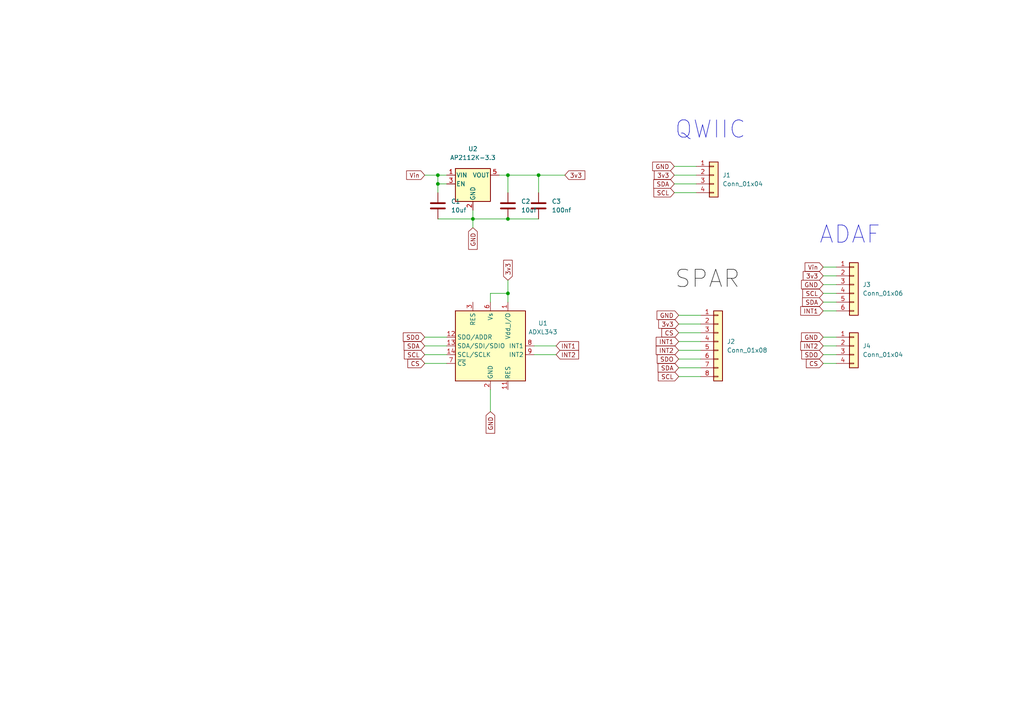
<source format=kicad_sch>
(kicad_sch (version 20211123) (generator eeschema)
  (paper "A4")
  (lib_symbols
    (symbol "Connector_Generic:Conn_01x04" (pin_names (offset 1.016) hide)
      (property "Reference" "J" (at 0 5.08 0))
      (property "Value" "Conn_01x04" (at 0 -7.62 0))
      (symbol "Conn_01x04_1_1"
        (rectangle (start -1.27 -4.953) (end 0 -5.207) (stroke (width 0.1524)))
        (rectangle (start -1.27 -2.413) (end 0 -2.667) (stroke (width 0.1524)))
        (rectangle (start -1.27 0.127) (end 0 -0.127) (stroke (width 0.1524)))
        (rectangle (start -1.27 2.667) (end 0 2.413) (stroke (width 0.1524)))
        (rectangle (start -1.27 3.81) (end 1.27 -6.35) (stroke (width 0.254)) (fill (type background)))
        (pin passive line (at -5.08 2.54 0) (length 3.81) (name "Pin_1") (number "1"))
        (pin passive line (at -5.08 0 0) (length 3.81) (name "Pin_2") (number "2"))
        (pin passive line (at -5.08 -2.54 0) (length 3.81) (name "Pin_3") (number "3"))
        (pin passive line (at -5.08 -5.08 0) (length 3.81) (name "Pin_4") (number "4"))
      )
    )
    (symbol "Connector_Generic:Conn_01x06" (pin_names (offset 1.016) hide)
      (property "Reference" "J" (at 0 7.62 0))
      (property "Value" "Conn_01x06" (at 0 -10.16 0))
      (symbol "Conn_01x06_1_1"
        (rectangle (start -1.27 -7.493) (end 0 -7.747) (stroke (width 0.1524)))
        (rectangle (start -1.27 -4.953) (end 0 -5.207) (stroke (width 0.1524)))
        (rectangle (start -1.27 -2.413) (end 0 -2.667) (stroke (width 0.1524)))
        (rectangle (start -1.27 0.127) (end 0 -0.127) (stroke (width 0.1524)))
        (rectangle (start -1.27 2.667) (end 0 2.413) (stroke (width 0.1524)))
        (rectangle (start -1.27 5.207) (end 0 4.953) (stroke (width 0.1524)))
        (rectangle (start -1.27 6.35) (end 1.27 -8.89) (stroke (width 0.254)) (fill (type background)))
        (pin passive line (at -5.08 5.08 0) (length 3.81) (name "Pin_1") (number "1"))
        (pin passive line (at -5.08 2.54 0) (length 3.81) (name "Pin_2") (number "2"))
        (pin passive line (at -5.08 0 0) (length 3.81) (name "Pin_3") (number "3"))
        (pin passive line (at -5.08 -2.54 0) (length 3.81) (name "Pin_4") (number "4"))
        (pin passive line (at -5.08 -5.08 0) (length 3.81) (name "Pin_5") (number "5"))
        (pin passive line (at -5.08 -7.62 0) (length 3.81) (name "Pin_6") (number "6"))
      )
    )
    (symbol "Connector_Generic:Conn_01x08" (pin_names (offset 1.016) hide)
      (property "Reference" "J" (at 0 10.16 0))
      (property "Value" "Conn_01x08" (at 0 -12.7 0))
      (symbol "Conn_01x08_1_1"
        (rectangle (start -1.27 -10.033) (end 0 -10.287) (stroke (width 0.1524)))
        (rectangle (start -1.27 -7.493) (end 0 -7.747) (stroke (width 0.1524)))
        (rectangle (start -1.27 -4.953) (end 0 -5.207) (stroke (width 0.1524)))
        (rectangle (start -1.27 -2.413) (end 0 -2.667) (stroke (width 0.1524)))
        (rectangle (start -1.27 0.127) (end 0 -0.127) (stroke (width 0.1524)))
        (rectangle (start -1.27 2.667) (end 0 2.413) (stroke (width 0.1524)))
        (rectangle (start -1.27 5.207) (end 0 4.953) (stroke (width 0.1524)))
        (rectangle (start -1.27 7.747) (end 0 7.493) (stroke (width 0.1524)))
        (rectangle (start -1.27 8.89) (end 1.27 -11.43) (stroke (width 0.254)) (fill (type background)))
        (pin passive line (at -5.08 7.62 0) (length 3.81) (name "Pin_1") (number "1"))
        (pin passive line (at -5.08 5.08 0) (length 3.81) (name "Pin_2") (number "2"))
        (pin passive line (at -5.08 2.54 0) (length 3.81) (name "Pin_3") (number "3"))
        (pin passive line (at -5.08 0 0) (length 3.81) (name "Pin_4") (number "4"))
        (pin passive line (at -5.08 -2.54 0) (length 3.81) (name "Pin_5") (number "5"))
        (pin passive line (at -5.08 -5.08 0) (length 3.81) (name "Pin_6") (number "6"))
        (pin passive line (at -5.08 -7.62 0) (length 3.81) (name "Pin_7") (number "7"))
        (pin passive line (at -5.08 -10.16 0) (length 3.81) (name "Pin_8") (number "8"))
      )
    )
    (symbol "Device:C" (pin_numbers hide) (pin_names (offset 0.254))
      (property "Reference" "C" (at 0.635 2.54 0))
      (property "Value" "C" (at 0.635 -2.54 0))
      (symbol "C_0_1"
        (polyline (pts (xy -2.032 -0.762) (xy 2.032 -0.762)) (stroke (width 0.508)))
        (polyline (pts (xy -2.032 0.762) (xy 2.032 0.762)) (stroke (width 0.508)))
      )
      (symbol "C_1_1"
        (pin passive line (at 0 3.81 270) (length 2.794) (name "~") (number "1"))
        (pin passive line (at 0 -3.81 90) (length 2.794) (name "~") (number "2"))
      )
    )
    (symbol "Regulator_Linear:AP2112K-3.3" (pin_names (offset 0.254))
      (property "Reference" "U" (at -5.08 5.715 0))
      (property "Value" "AP2112K-3.3" (at 0 5.715 0))
      (symbol "AP2112K-3.3_0_1"
        (rectangle (start -5.08 4.445) (end 5.08 -5.08) (stroke (width 0.254)) (fill (type background)))
      )
      (symbol "AP2112K-3.3_1_1"
        (pin power_in line (at -7.62 2.54 0) (length 2.54) (name "VIN") (number "1"))
        (pin power_in line (at 0 -7.62 90) (length 2.54) (name "GND") (number "2"))
        (pin input line (at -7.62 0 0) (length 2.54) (name "EN") (number "3"))
        (pin no_connect line (at 5.08 0 180) (length 2.54) hide (name "NC") (number "4"))
        (pin power_out line (at 7.62 2.54 180) (length 2.54) (name "VOUT") (number "5"))
      )
    )
    (symbol "Sensor_Motion:ADXL343"
      (property "Reference" "U" (at -8.89 11.43 0))
      (property "Value" "ADXL343" (at -7.62 -11.43 0))
      (symbol "ADXL343_0_1"
        (rectangle (start -10.16 10.16) (end 10.16 -10.16) (stroke (width 0.254)) (fill (type background)))
      )
      (symbol "ADXL343_1_1"
        (pin power_in line (at 5.08 12.7 270) (length 2.54) (name "Vdd_I/O") (number "1"))
        (pin no_connect line (at -5.08 -10.16 90) (length 2.54) hide (name "NC") (number "10"))
        (pin passive line (at 5.08 -12.7 90) (length 2.54) (name "RES") (number "11"))
        (pin bidirectional line (at -12.7 2.54 0) (length 2.54) (name "SDO/ADDR") (number "12"))
        (pin bidirectional line (at -12.7 0 0) (length 2.54) (name "SDA/SDI/SDIO") (number "13"))
        (pin input line (at -12.7 -2.54 0) (length 2.54) (name "SCL/SCLK") (number "14"))
        (pin power_in line (at 0 -12.7 90) (length 2.54) (name "GND") (number "2"))
        (pin passive line (at -5.08 12.7 270) (length 2.54) (name "RES") (number "3"))
        (pin passive line (at 0 -12.7 90) (length 2.54) hide (name "GND") (number "4"))
        (pin passive line (at 0 -12.7 90) (length 2.54) hide (name "GND") (number "5"))
        (pin power_in line (at 0 12.7 270) (length 2.54) (name "Vs") (number "6"))
        (pin input line (at -12.7 -5.08 0) (length 2.54) (name "~{CS}") (number "7"))
        (pin output line (at 12.7 0 180) (length 2.54) (name "INT1") (number "8"))
        (pin output line (at 12.7 -2.54 180) (length 2.54) (name "INT2") (number "9"))
      )
    )
  )
  (junction (at 147.32 63.5))
  (junction (at 137.16 63.5))
  (junction (at 147.32 50.8))
  (junction (at 127 50.8))
  (junction (at 127 53.34))
  (junction (at 156.21 50.8))
  (junction (at 147.32 85.09))
  (wire (pts (xy 196.85 93.98) (xy 203.2 93.98)))
  (wire (pts (xy 196.85 109.22) (xy 203.2 109.22)))
  (wire (pts (xy 147.32 50.8) (xy 147.32 55.88)))
  (wire (pts (xy 123.19 105.41) (xy 129.54 105.41)))
  (wire (pts (xy 238.76 100.33) (xy 242.57 100.33)))
  (wire (pts (xy 144.78 50.8) (xy 147.32 50.8)))
  (wire (pts (xy 127 63.5) (xy 137.16 63.5)))
  (wire (pts (xy 123.19 50.8) (xy 127 50.8)))
  (wire (pts (xy 156.21 50.8) (xy 156.21 55.88)))
  (wire (pts (xy 142.24 87.63) (xy 142.24 85.09)))
  (wire (pts (xy 196.85 101.6) (xy 203.2 101.6)))
  (wire (pts (xy 154.94 102.87) (xy 161.29 102.87)))
  (wire (pts (xy 156.21 50.8) (xy 163.83 50.8)))
  (wire (pts (xy 147.32 81.28) (xy 147.32 85.09)))
  (wire (pts (xy 147.32 85.09) (xy 147.32 87.63)))
  (wire (pts (xy 123.19 102.87) (xy 129.54 102.87)))
  (wire (pts (xy 196.85 91.44) (xy 203.2 91.44)))
  (wire (pts (xy 238.76 105.41) (xy 242.57 105.41)))
  (wire (pts (xy 196.85 96.52) (xy 203.2 96.52)))
  (wire (pts (xy 123.19 97.79) (xy 129.54 97.79)))
  (wire (pts (xy 154.94 100.33) (xy 161.29 100.33)))
  (wire (pts (xy 137.16 63.5) (xy 147.32 63.5)))
  (wire (pts (xy 238.76 87.63) (xy 242.57 87.63)))
  (wire (pts (xy 137.16 63.5) (xy 137.16 66.04)))
  (wire (pts (xy 195.58 55.88) (xy 201.93 55.88)))
  (wire (pts (xy 238.76 85.09) (xy 242.57 85.09)))
  (wire (pts (xy 196.85 104.14) (xy 203.2 104.14)))
  (wire (pts (xy 147.32 50.8) (xy 156.21 50.8)))
  (wire (pts (xy 195.58 50.8) (xy 201.93 50.8)))
  (wire (pts (xy 129.54 53.34) (xy 127 53.34)))
  (wire (pts (xy 147.32 63.5) (xy 156.21 63.5)))
  (wire (pts (xy 238.76 77.47) (xy 242.57 77.47)))
  (wire (pts (xy 238.76 80.01) (xy 242.57 80.01)))
  (wire (pts (xy 238.76 97.79) (xy 242.57 97.79)))
  (wire (pts (xy 195.58 53.34) (xy 201.93 53.34)))
  (wire (pts (xy 142.24 113.03) (xy 142.24 119.38)))
  (wire (pts (xy 127 50.8) (xy 129.54 50.8)))
  (wire (pts (xy 238.76 102.87) (xy 242.57 102.87)))
  (wire (pts (xy 196.85 99.06) (xy 203.2 99.06)))
  (wire (pts (xy 127 53.34) (xy 127 50.8)))
  (wire (pts (xy 195.58 48.26) (xy 201.93 48.26)))
  (wire (pts (xy 196.85 106.68) (xy 203.2 106.68)))
  (wire (pts (xy 142.24 85.09) (xy 147.32 85.09)))
  (wire (pts (xy 238.76 82.55) (xy 242.57 82.55)))
  (wire (pts (xy 137.16 60.96) (xy 137.16 63.5)))
  (wire (pts (xy 123.19 100.33) (xy 129.54 100.33)))
  (wire (pts (xy 127 53.34) (xy 127 55.88)))
  (wire (pts (xy 238.76 90.17) (xy 242.57 90.17)))
  (text "QWIIC" (at 195.58 40.64 0) (effects (font (size 5 5)) (justify left bottom)))
  (text "ADAF\n" (at 237.49 71.12 0) (effects (font (size 5 5)) (justify left bottom)))
  (label "SPAR" (at 195.58 85.09 0) (effects (font (size 5 5))))
  (global_label "CS" (shape input) (at 238.76 105.41 180) (property "Intersheet References" "${INTERSHEET_REFS}" (effects hide)))
  (global_label "3v3" (shape input) (at 147.32 81.28 90) (property "Intersheet References" "${INTERSHEET_REFS}" (effects hide)))
  (global_label "Vin" (shape input) (at 238.76 77.47 180) (property "Intersheet References" "${INTERSHEET_REFS}" (effects hide)))
  (global_label "GND" (shape input) (at 238.76 97.79 180) (property "Intersheet References" "${INTERSHEET_REFS}" (effects hide)))
  (global_label "3v3" (shape input) (at 163.83 50.8 0) (property "Intersheet References" "${INTERSHEET_REFS}" (effects hide)))
  (global_label "SDA" (shape input) (at 238.76 87.63 180) (property "Intersheet References" "${INTERSHEET_REFS}" (effects hide)))
  (global_label "3v3" (shape input) (at 238.76 80.01 180) (property "Intersheet References" "${INTERSHEET_REFS}" (effects hide)))
  (global_label "INT2" (shape input) (at 196.85 101.6 180) (property "Intersheet References" "${INTERSHEET_REFS}" (effects hide)))
  (global_label "SDA" (shape input) (at 123.19 100.33 180) (property "Intersheet References" "${INTERSHEET_REFS}" (effects hide)))
  (global_label "GND" (shape input) (at 238.76 82.55 180) (property "Intersheet References" "${INTERSHEET_REFS}" (effects hide)))
  (global_label "GND" (shape input) (at 196.85 91.44 180) (property "Intersheet References" "${INTERSHEET_REFS}" (effects hide)))
  (global_label "SDO" (shape input) (at 196.85 104.14 180) (property "Intersheet References" "${INTERSHEET_REFS}" (effects hide)))
  (global_label "SCL" (shape input) (at 238.76 85.09 180) (property "Intersheet References" "${INTERSHEET_REFS}" (effects hide)))
  (global_label "SCL" (shape input) (at 196.85 109.22 180) (property "Intersheet References" "${INTERSHEET_REFS}" (effects hide)))
  (global_label "SDA" (shape input) (at 195.58 53.34 180) (property "Intersheet References" "${INTERSHEET_REFS}" (effects hide)))
  (global_label "GND" (shape input) (at 142.24 119.38 270) (property "Intersheet References" "${INTERSHEET_REFS}" (effects hide)))
  (global_label "INT2" (shape input) (at 161.29 102.87 0) (property "Intersheet References" "${INTERSHEET_REFS}" (effects hide)))
  (global_label "CS" (shape input) (at 196.85 96.52 180) (property "Intersheet References" "${INTERSHEET_REFS}" (effects hide)))
  (global_label "INT1" (shape input) (at 196.85 99.06 180) (property "Intersheet References" "${INTERSHEET_REFS}" (effects hide)))
  (global_label "3v3" (shape input) (at 195.58 50.8 180) (property "Intersheet References" "${INTERSHEET_REFS}" (effects hide)))
  (global_label "INT2" (shape input) (at 238.76 100.33 180) (property "Intersheet References" "${INTERSHEET_REFS}" (effects hide)))
  (global_label "SDO" (shape input) (at 123.19 97.79 180) (property "Intersheet References" "${INTERSHEET_REFS}" (effects hide)))
  (global_label "INT1" (shape input) (at 161.29 100.33 0) (property "Intersheet References" "${INTERSHEET_REFS}" (effects hide)))
  (global_label "GND" (shape input) (at 195.58 48.26 180) (property "Intersheet References" "${INTERSHEET_REFS}" (effects hide)))
  (global_label "SCL" (shape input) (at 123.19 102.87 180) (property "Intersheet References" "${INTERSHEET_REFS}" (effects hide)))
  (global_label "SDO" (shape input) (at 238.76 102.87 180) (property "Intersheet References" "${INTERSHEET_REFS}" (effects hide)))
  (global_label "GND" (shape input) (at 137.16 66.04 270) (property "Intersheet References" "${INTERSHEET_REFS}" (effects hide)))
  (global_label "CS" (shape input) (at 123.19 105.41 180) (property "Intersheet References" "${INTERSHEET_REFS}" (effects hide)))
  (global_label "SDA" (shape input) (at 196.85 106.68 180) (property "Intersheet References" "${INTERSHEET_REFS}" (effects hide)))
  (global_label "3v3" (shape input) (at 196.85 93.98 180) (property "Intersheet References" "${INTERSHEET_REFS}" (effects hide)))
  (global_label "SCL" (shape input) (at 195.58 55.88 180) (property "Intersheet References" "${INTERSHEET_REFS}" (effects hide)))
  (global_label "INT1" (shape input) (at 238.76 90.17 180) (property "Intersheet References" "${INTERSHEET_REFS}" (effects hide)))
  (global_label "Vin" (shape input) (at 123.19 50.8 180) (property "Intersheet References" "${INTERSHEET_REFS}" (effects hide)))
  (symbol (lib_id "Regulator_Linear:AP2112K-3.3") (at 137.16 53.34 0) (unit 1)
    (property "Reference" "U2" (at 137.16 43.18 0))
    (property "Value" "AP2112K-3.3" (at 137.16 45.72 0))
    (property "Footprint" "Package_TO_SOT_SMD:SOT-23-5_HandSoldering" (effects hide))
    (property "Datasheet" "https://www.diodes.com/assets/Datasheets/AP2112.pdf" (effects hide))
  )
  (symbol (lib_id "Connector_Generic:Conn_01x04") (at 207.01 50.8 0) (unit 1)
    (property "Reference" "J1" (at 209.55 50.7999 0) (effects (justify left)))
    (property "Value" "Conn_01x04" (at 209.55 53.3399 0) (effects (justify left)))
    (property "Footprint" "Connector_JST:JST_SH_SM04B-SRSS-TB_1x04-1MP_P1.00mm_Horizontal" (effects hide))
  )
  (symbol (lib_id "Device:C") (at 147.32 59.69 0) (unit 1)
    (property "Reference" "C2" (at 151.13 58.4199 0) (effects (justify left)))
    (property "Value" "10uf" (at 151.13 60.9599 0) (effects (justify left)))
    (property "Footprint" "Capacitor_SMD:C_0805_2012Metric_Pad1.18x1.45mm_HandSolder" (effects hide))
  )
  (symbol (lib_id "Connector_Generic:Conn_01x08") (at 208.28 99.06 0) (unit 1)
    (property "Reference" "J2" (at 210.82 99.0599 0) (effects (justify left)))
    (property "Value" "Conn_01x08" (at 210.82 101.5999 0) (effects (justify left)))
    (property "Footprint" "Connector_PinHeader_2.54mm:PinHeader_1x08_P2.54mm_Vertical" (effects hide))
  )
  (symbol (lib_id "Connector_Generic:Conn_01x06") (at 247.65 82.55 0) (unit 1)
    (property "Reference" "J3" (at 250.19 82.5499 0) (effects (justify left)))
    (property "Value" "Conn_01x06" (at 250.19 85.0899 0) (effects (justify left)))
    (property "Footprint" "Connector_PinHeader_2.54mm:PinHeader_1x06_P2.54mm_Vertical" (effects hide))
  )
  (symbol (lib_id "Sensor_Motion:ADXL343") (at 142.24 100.33 0) (unit 1)
    (property "Reference" "U1" (at 157.48 93.7512 0))
    (property "Value" "ADXL343" (at 157.48 96.2912 0))
    (property "Footprint" "Package_LGA:LGA-14_3x5mm_P0.8mm_LayoutBorder1x6y" (effects hide))
    (property "Datasheet" "https://www.analog.com/media/en/technical-documentation/data-sheets/ADXL343.pdf" (effects hide))
  )
  (symbol (lib_id "Device:C") (at 127 59.69 0) (unit 1)
    (property "Reference" "C1" (at 130.81 58.4199 0) (effects (justify left)))
    (property "Value" "10uf" (at 130.81 60.9599 0) (effects (justify left)))
    (property "Footprint" "Capacitor_SMD:C_0805_2012Metric_Pad1.18x1.45mm_HandSolder" (effects hide))
  )
  (symbol (lib_id "Device:C") (at 156.21 59.69 0) (unit 1)
    (property "Reference" "C3" (at 160.02 58.4199 0) (effects (justify left)))
    (property "Value" "100nf" (at 160.02 60.9599 0) (effects (justify left)))
    (property "Footprint" "Capacitor_SMD:C_0603_1608Metric_Pad1.08x0.95mm_HandSolder" (effects hide))
  )
  (symbol (lib_id "Connector_Generic:Conn_01x04") (at 247.65 100.33 0) (unit 1)
    (property "Reference" "J4" (at 250.19 100.3299 0) (effects (justify left)))
    (property "Value" "Conn_01x04" (at 250.19 102.8699 0) (effects (justify left)))
    (property "Footprint" "Connector_PinHeader_2.54mm:PinHeader_1x04_P2.54mm_Vertical" (effects hide))
  )
)
</source>
